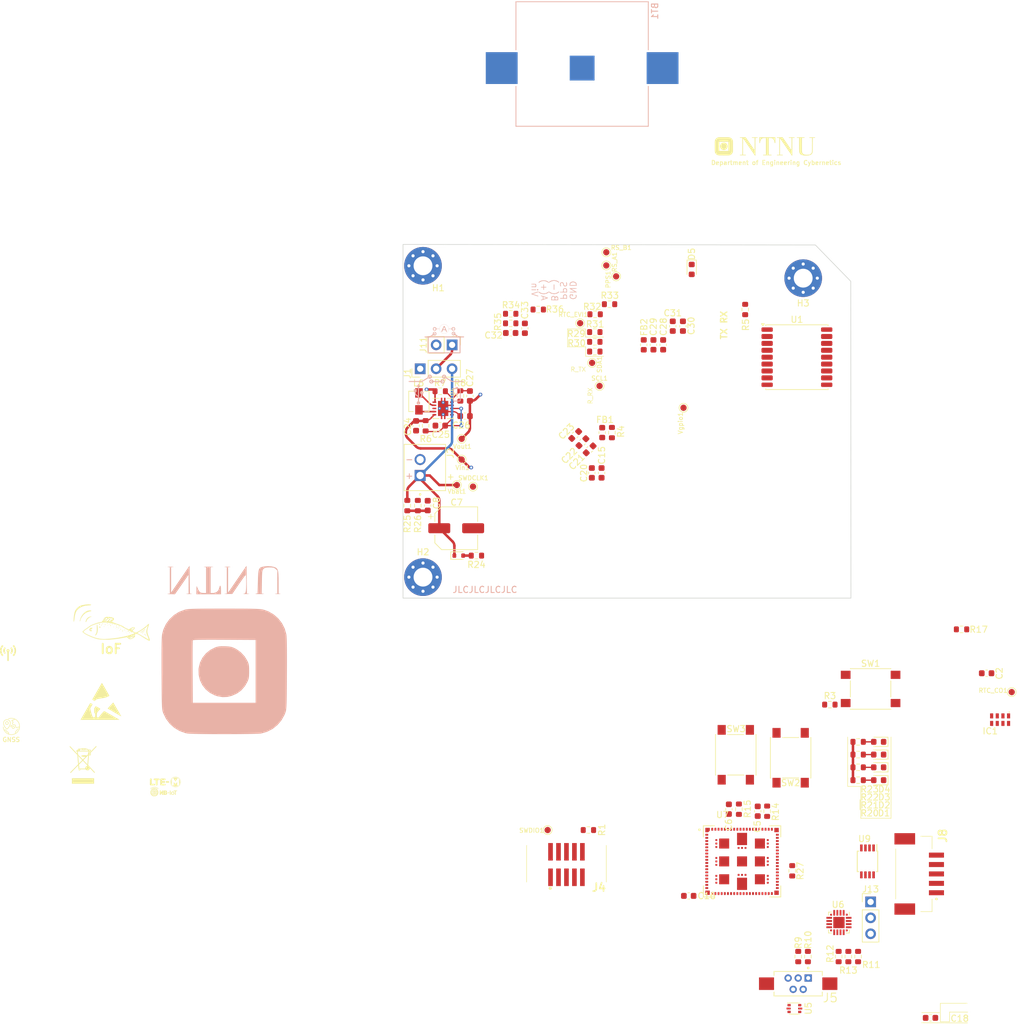
<source format=kicad_pcb>
(kicad_pcb (version 20241229) (generator "pcbnew") (generator_version "9.0")
  (layers (0 "F.Cu" signal) (4 "In1.Cu" signal) (6 "In2.Cu" signal) (2 "B.Cu" signal) (13 "F.Paste" user) (15 "B.Paste" user) (5 "F.SilkS" user "F.Silkscreen") (7 "B.SilkS" user "B.Silkscreen") (1 "F.Mask" user) (3 "B.Mask" user) (25 "Edge.Cuts" user))
  (net 0 "")
  (net 1 "Net-(U7A-~{RESET})")
  (net 2 "GND")
  (net 3 "Net-(U7A-VDD)")
  (net 4 "Net-(U7A-ENABLE)")
  (net 5 "Net-(U7A-COEX2)")
  (net 6 "/nRF91_BUTTON1")
  (net 7 "/nRF91_BUTTON2")
  (net 8 "+BATT")
  (net 9 "/Battery_voltage")
  (net 10 "Net-(U7A-P0.27)")
  (net 11 "+3V3")
  (net 15 "/VREG_IN")
  (net 16 "Net-(U4-EN)")
  (net 17 "Net-(U4-FB)")
  (net 18 "VBUS")
  (net 19 "/CP2102N-VDD")
  (net 20 "Net-(D1-A)")
  (net 22 "Net-(D2-A)")
  (net 24 "Net-(D3-A)")
  (net 25 "Net-(D4-A)")
  (net 26 "Net-(D5-A)")
  (net 27 "Net-(D6-A)")
  (net 30 "Net-(J5-VBUS)")
  (net 32 "/I2C_SDA")
  (net 33 "/nINT_RTC")
  (net 34 "Net-(IC1-EVI)")
  (net 35 "/RTC_CLOCKOUT")
  (net 36 "/I2C_SCL")
  (net 43 "/SWDIO")
  (net 44 "/SWDCLK")
  (net 48 "Net-(J4-Pad10)")
  (net 49 "Net-(J5-D-)")
  (net 50 "Net-(J5-D+)")
  (net 51 "/RS485_A")
  (net 52 "/RS485_B")
  (net 53 "/TBR_PPS")
  (net 56 "Net-(U4-L2)")
  (net 57 "Net-(U4-L1)")
  (net 58 "/~{nRESET}")
  (net 61 "/DIFF_P")
  (net 62 "/DIFF_N")
  (net 63 "Net-(U6-~{RST})")
  (net 64 "Net-(U6-VBUS)")
  (net 65 "Net-(R14-Pad2)")
  (net 66 "Net-(R15-Pad2)")
  (net 67 "/nRF91_LED1")
  (net 68 "/nRF91_LED2")
  (net 69 "/nRF91_LED3")
  (net 70 "/nRF91_LED4")
  (net 71 "/PPS")
  (net 75 "/RS485_RE")
  (net 76 "/RS485_DE")
  (net 87 "/UART1_TX")
  (net 94 "/nRF_UART_RX")
  (net 95 "/nRF_UART_TX")
  (net 96 "/RS485_RX")
  (net 97 "/RS485_DI")
  (net 135 "/UART1_RX")
  (net 141 "/VIN")
  (net 142 "Net-(IC1-VBACKUP)")
  (net 143 "Net-(BT1-PadP1)")
  (footprint "Capacitor_SMD:CP_Elec_6.3x7.7" (layer "F.Cu") (at 175.9204 101.3714)
    (property "Reference" "C7")
    (property "Value" "PCH1E101MCL4GS" (hide yes))
  )
  (footprint "FishIoT_Footprint_library:AMPHENOL_10119313-302TLF" (layer "F.Cu") (at 230.45 174 180)
    (property "Reference" "J5")
    (property "Value" "10119313-302TLF" (hide yes))
  )
  (footprint "LED_SMD:LED_0603_1608Metric" (layer "F.Cu") (at 243.2875 135.436 180)
    (property "Reference" "D4")
    (property "Value" "LED")
  )
  (footprint "Capacitor_SMD:C_0603_1608Metric" (layer "F.Cu") (at 169.5196 85.0392 -90)
    (property "Reference" "C24")
    (property "Value" "10u")
  )
  (footprint "MountingHole:MountingHole_3mm_Pad_Via" (layer "F.Cu") (at 231.25 61.5)
    (property "Reference" "H3")
    (property "Value" "MountingHole_Pad")
  )
  (footprint "Capacitor_SMD:C_0603_1608Metric" (layer "F.Cu") (at 219.4 146.175 90)
    (property "Reference" "C6")
    (property "Value" "1u")
  )
  (footprint "Resistor_SMD:R_0603_1608Metric" (layer "F.Cu") (at 197 149.5)
    (property "Reference" "R1")
    (property "Value" "0R" (hide yes))
  )
  (footprint "TestPoint:TestPoint_Pad_D1.0mm" (layer "F.Cu") (at 190.5 149.5)
    (property "Reference" "SWDIO1")
    (property "Value" "TestPoint" (hide yes))
  )
  (footprint "TestPoint:TestPoint_Pad_D1.0mm" (layer "F.Cu") (at 176.784 87.122)
    (property "Reference" "Vout1")
    (property "Value" "TestPoint" (hide yes))
  )
  (footprint "Capacitor_SMD:C_0603_1608Metric" (layer "F.Cu") (at 207.3702 72.1292 -90)
    (property "Reference" "C29")
    (property "Value" "4.7u")
  )
  (footprint "Resistor_SMD:R_0603_1608Metric" (layer "F.Cu") (at 198.0202 71.6542)
    (property "Reference" "R29")
    (property "Value" "4.7k" (hide yes))
  )
  (footprint "TestPoint:TestPoint_Pad_D1.0mm" (layer "F.Cu") (at 212.1662 82.169)
    (property "Reference" "Vgpio1")
    (property "Value" "TestPoint" (hide yes))
  )
  (footprint "Resistor_SMD:R_0603_1608Metric" (layer "F.Cu") (at 222 66.5 90)
    (property "Reference" "R5")
    (property "Value" "120" (hide yes))
  )
  (footprint "FishIoT_Footprint_library:nbiotlogo" (layer "F.Cu") (at 129.315851 143.360371)
    (property "Reference" "G***" (hide yes))
    (property "Value" "LOGO" (hide yes))
  )
  (footprint "Resistor_SMD:R_0603_1608Metric" (layer "F.Cu") (at 240.0125 139.5 180)
    (property "Reference" "R21")
    (property "Value" "120")
  )
  (footprint "FishIoT_Footprint_library:NTNUlogo2" (layer "F.Cu") (at 225.1456 40.5)
    (property "Reference" "G***" (hide yes))
    (property "Value" "LOGO" (hide yes))
  )
  (footprint "Resistor_SMD:R_0603_1608Metric" (layer "F.Cu") (at 232 169.675 90)
    (property "Reference" "R10")
    (property "Value" "15" (hide yes))
  )
  (footprint "Resistor_SMD:R_0603_1608Metric" (layer "F.Cu") (at 256.5 117.5 180)
    (property "Reference" "R17")
    (property "Value" "120")
  )
  (footprint "Symbol:ESD-Logo_6.6x6mm_SilkScreen" (layer "F.Cu") (at 119.26818 128.968273)
    (property "Reference" "REF**" (hide yes))
    (property "Value" "ESD-Logo_6.6x6mm_SilkScreen" (hide yes))
  )
  (footprint "LED_SMD:LED_0603_1608Metric" (layer "F.Cu") (at 243.2875 139.5 180)
    (property "Reference" "D2")
    (property "Value" "LED")
  )
  (footprint "LED_SMD:LED_0603_1608Metric" (layer "F.Cu") (at 243.2875 137.468 180)
    (property "Reference" "D3")
    (property "Value" "LED")
  )
  (footprint "Capacitor_SMD:C_0603_1608Metric" (layer "F.Cu") (at 171.3738 97.7646 -90)
    (property "Reference" "C8")
    (property "Value" "1u")
  )
  (footprint "LED_SMD:LED_0603_1608Metric" (layer "F.Cu") (at 243.2875 141.54766 180)
    (property "Reference" "D1")
    (property "Value" "LED")
  )
  (footprint "TestPoint:TestPoint_Pad_D1.0mm" (layer "F.Cu") (at 197.5866 75.0062)
    (property "Reference" "SDA1")
    (property "Value" "TestPoint" (hide yes))
  )
  (footprint "Resistor_SMD:R_0603_1608Metric" (layer "F.Cu") (at 198.0202 73.2042)
    (property "Reference" "R30")
    (property "Value" "4.7k")
  )
  (footprint "Resistor_SMD:R_0603_1608Metric" (layer "F.Cu") (at 173.3676 79.528)
    (property "Reference" "R7")
    (property "Value" "1M2")
  )
  (footprint "NRF9151_LACA_R7:XCVR_NRF9151-LACA-R7" (layer "F.Cu") (at 221.5 154.5)
    (property "Reference" "U7")
    (property "Value" "NRF9151-LACA-R7")
  )
  (footprint "Capacitor_SMD:C_0603_1608Metric" (layer "F.Cu") (at 199.0972 92.55 90)
    (property "Reference" "C15")
    (property "Value" "4.7uF")
  )
  (footprint "Capacitor_SMD:C_0603_1608Metric" (layer "F.Cu") (at 177.3304 83.4962 180)
    (property "Reference" "C26")
    (property "Value" "22u")
  )
  (footprint "Resistor_SMD:R_0603_1608Metric" (layer "F.Cu") (at 221 146.175 90)
    (property "Reference" "R15")
    (property "Value" "1k")
  )
  (footprint "Capacitor_SMD:C_0603_1608Metric" (layer "F.Cu") (at 251.55 179.45 180)
    (property "Reference" "C18")
    (property "Value" "10u")
  )
  (footprint "Capacitor_SMD:C_0603_1608Metric" (layer "F.Cu") (at 212.0702 69.1542 -90)
    (property "Reference" "C30")
    (property "Value" "4.7u")
  )
  (footprint "Resistor_SMD:R_0603_1608Metric" (layer "F.Cu") (at 240.0125 135.436 180)
    (property "Reference" "R23")
    (property "Value" "120")
  )
  (footprint "Capacitor_SMD:C_0603_1608Metric" (layer "F.Cu") (at 197.1972 88.8 45)
    (property "Reference" "C21")
    (property "Value" "10u")
  )
  (footprint "Inductor_SMD:L_0603_1608Metric" (layer "F.Cu") (at 205.8202 72.1292 -90)
    (property "Reference" "FB2")
    (property "Value" "BLM18EG601SZ1D" (hide yes))
  )
  (footprint "TestPoint:TestPoint_Pad_D1.0mm" (layer "F.Cu") (at 199.8528 59.4716 180)
    (property "Reference" "RS_A1")
    (property "Value" "TestPoint" (hide yes))
  )
  (footprint "TestPoint:TestPoint_Pad_D1.0mm" (layer "F.Cu") (at 195.6816 68.6816 180)
    (property "Reference" "RTC_EVI1")
    (property "Value" "RTC_EVI" (hide yes))
  )
  (footprint "TestPoint:TestPoint_Pad_D1.0mm" (layer "F.Cu") (at 201.422 61.214)
    (property "Reference" "PPS1")
    (property "Value" "TestPoint" (hide yes))
  )
  (footprint "Diode_SMD:D_SOD-523" (layer "F.Cu") (at 176.3268 105.7402)
    (property "Reference" "D6" (hide yes))
    (property "Value" "1SS390SMFHT2R" (hide yes))
  )
  (footprint "FishIoT_Footprint_library:RV3032C7" (layer "F.Cu") (at 262.65 131.9 180)
    (property "Reference" "IC1")
    (property "Value" "RV-3032-C7_32.768KHZ-2.5PPM-TA-QC" (hide yes))
  )
  (footprint "Capacitor_SMD:C_0603_1608Metric" (layer "F.Cu") (at 186.866456 69.4916 90)
    (property "Reference" "C33")
    (property "Value" "0.1u")
  )
  (footprint "Resistor_SMD:R_0603_1608Metric" (layer "F.Cu") (at 200.3702 65.6542)
    (property "Reference" "R33")
    (property "Value" "100k")
  )
  (footprint "Inductor_SMD:L_Vishay_IHLP-1212" (layer "F.Cu") (at 169.9768 81.148 -90)
    (property "Reference" "L6")
    (property "Value" "LPS3015-222MRB" (hide yes))
  )
  (footprint "Button_Switch_SMD:SW_Push_1P1T_NO_6x6mm_H9.5mm" (layer "F.Cu") (at 220.5 137.5 -90)
    (property "Reference" "SW3")
    (property "Value" "PTS645SM43SMTR92 LF" (hide yes))
  )
  (footprint "TestPoint:TestPoint_Pad_D1.0mm" (layer "F.Cu") (at 176.022 94.488)
    (property "Reference" "Vbat1")
    (property "Value" "TestPoint" (hide yes))
  )
  (footprint "Inductor_SMD:L_0603_1608Metric" (layer "F.Cu") (at 199.1972 86.125 -90)
    (property "Reference" "FB1")
    (property "Value" "120R/070A" (hide yes))
  )
  (footprint "Capacitor_SMD:C_0603_1608Metric" (layer "F.Cu") (at 208.9202 72.1292 -90)
    (property "Reference" "C28")
    (property "Value" "100n")
  )
  (footprint "Resistor_SMD:R_0603_1608Metric" (layer "F.Cu") (at 235.5 129.5 180)
    (property "Reference" "R3")
    (property "Value" "1k")
  )
  (footprint "Package_SO:TSSOP-8_3x3mm_P0.65mm" (layer "F.Cu") (at 241.5 154.5 -90)
    (property "Reference" "U9")
    (property "Value" "MAX3471" (hide yes))
  )
  (footprint "Button_Switch_SMD:SW_Push_1P1T_NO_6x6mm_H9.5mm" (layer "F.Cu") (at 229.25 137.975 -90)
    (property "Reference" "SW2")
    (property "Value" "PTS645SM43SMTR92 LF")
  )
  (footprint "Resistor_SMD:R_0603_1608Metric" (layer "F.Cu") (at 230.459279 169.675 90)
    (property "Reference" "R9")
    (property "Value" "15")
  )
  (footprint "TestPoint:TestPoint_Pad_D1.0mm" (layer "F.Cu") (at 176.784 90.424 180)
    (property "Reference" "Vin1")
    (property "Value" "TestPoint" (hide yes))
  )
  (footprint "TestPoint:TestPoint_Pad_D1.0mm" (layer "F.Cu") (at 199.8528 57.3716 180)
    (property "Reference" "RS_B1")
    (property "Value" "TestPoint" (hide yes))
  )
  (footprint "FishIoT_Footprint_library:Fishlogo" (layer "F.Cu") (at 121.210393 117.0804)
    (property "Reference" "G***" (hide yes))
    (property "Value" "LOGO" (hide yes))
  )
  (footprint "Package_SON:Texas_DRC0010J_ThermalVias" (layer "F.Cu") (at 173.8376 82.2762)
    (property "Reference" "U4")
    (property "Value" "TPS63000" (hide yes))
  )
  (footprint "Button_Switch_SMD:SW_Push_1P1T_NO_6x6mm_H9.5mm" (layer "F.Cu") (at 242 127 180)
    (property "Reference" "SW1")
    (property "Value" "PTS645SM43SMTR92 LF" (hide yes))
  )
  (footprint "Capacitor_SMD:C_0603_1608Metric" (layer "F.Cu") (at 184.608012 70.2416)
    (property "Reference" "C32")
    (property "Value" "0.1u")
  )
  (footprint "MountingHole:MountingHole_3mm_Pad_Via" (layer "F.Cu") (at 170.62555 59.525)
    (property "Reference" "H1")
    (property "Value" "MountingHole_Pad")
  )
  (footprint "Connector_PinHeader_2.54mm:PinHeader_1x03_P2.54mm_Vertical" (layer "F.Cu") (at 170.18 75.946 90)
    (property "Reference" "J1")
    (property "Value" "VDD_JUMPER" (hide yes))
  )
  (footprint "Resistor_SMD:R_0603_1608Metric" (layer "F.Cu") (at 198.0202 70.0992)
    (property "Reference" "R31")
    (property "Value" "100k" (hide yes))
  )
  (footprint "Capacitor_SMD:C_0603_1608Metric" (layer "F.Cu") (at 178.1048 80.277 90)
    (property "Reference" "C27")
    (property "Value" "1.8p" (hide yes))
  )
  (footprint "Resistor_SMD:R_0603_1608Metric" (layer "F.Cu") (at 189 66.5)
    (property "Reference" "R36")
    (property "Value" "120")
  )
  (footprint "TestPoint:TestPoint_Pad_D1.0mm" (layer "F.Cu") (at 264.5 127.5 180)
    (property "Reference" "RTC_CO1")
    (property "Value" "TestPoint" (hide yes))
  )
  (footprint "FishIoT_Footprint_library:BM05BZESSTBTLFSN" (layer "F.Cu") (at 249.3 156.5 -90)
    (property "Reference" "J8")
    (property "Value" "BM05B-ZESS-TBT" (hide yes))
  )
  (footprint "Package_TO_SOT_SMD:SOT-666" (layer "F.Cu") (at 229.85 177.9625)
    (property "Reference" "U5")
    (property "Value" "USBLC6-2P6" (hide yes))
  )
  (footprint "FishIoT_Footprint_library:antennalogo" (layer "F.Cu") (at 104.450717 121.280294)
    (property "Reference" "G***" (hide yes))
    (property "Value" "LOGO" (hide yes))
  )
  (footprint "Resistor_SMD:R_0603_1608Metric" (layer "F.Cu") (at 176.5808 80.278 -90)
    (property "Reference" "R8")
    (property "Value" "240k")
  )
  (footprint "Resistor_SMD:R_0603_1608Metric" (layer "F.Cu") (at 200.7472 86.125 90)
    (property "Reference" "R4")
    (property "Value" "10k" (hide yes))
  )
  (footprint "Capacitor_SMD:C_0603_1608Metric" (layer "F.Cu") (at 196.049192 87.648008 45)
    (property "Reference" "C22")
    (property "Value" "1u")
  )
  (footprint "RF_GPS:ublox_MAX" (layer "F.Cu") (at 230.25 74.1)
    (property "Reference" "U1")
    (property "Value" "MAX-M10S")
  )
  (footprint "Resistor_SMD:R_0603_1608Metric" (layer "F.Cu") (at 184.608012 67.176745 180)
    (property "Reference" "R34")
    (property "Value" "10k")
  )
  (footprint "Capacitor_SMD:C_0603_1608Metric" (layer "F.Cu") (at 213 160 180)
    (property "Reference" "C16")
    (property "Value" "100n")
  )
  (footprint "Resistor_SMD:R_0603_1608Metric" (layer "F.Cu") (at 179.1404 105.7402)
    (property "Reference" "R24")
    (property "Value" "3k")
  )
  (footprint "Resistor_SMD:R_0603_1608Metric" (layer "F.Cu") (at 171.0436 85.0392 -90)
    (property "Reference" "R6")
    (property "Value" "100")
  )
  (footprint "Resistor_SMD:R_0603_1608Metric" (layer "F.Cu") (at 225.5 146.5 90)
    (property "Reference" "R14")
    (property "Value" "1k")
  )
  (footprint "LED_SMD:LED_0603_1608Metric" (layer "F.Cu") (at 213.4702 60.1042 -90)
    (property "Reference" "D5")
    (property "Value" "GREEN_LED" (hide yes))
  )
  (footprint "Capacitor_SMD:C_0603_1608Metric" (layer "F.Cu") (at 194.8972 86.5 45)
    (property "Reference" "C23")
    (property "Value" "1u")
  )
  (footprint "Resistor_SMD:R_0603_1608Metric" (layer "F.Cu") (at 240.0125 141.54766 180)
    (property "Reference" "R20")
    (property "Value" "120")
  )
  (footprint "Resistor_SMD:R_0603_1608Metric" (layer "F.Cu") (at 238.45 169.675 90)
    (property "Reference" "R13")
    (property "Value" "47.5k" (hide yes))
  )
  (footprint "TestPoint:TestPoint_Pad_D1.0mm" (layer "F.Cu") (at 198.7804 78.6892)
    (property "Reference" "SCL1")
    (property "Value" "TestPoint" (hide yes))
  )
  (footprint "Resistor_SMD:R_0603_1608Metric" (layer "F.Cu") (at 236.9 169.675 90)
    (property "Reference" "R12")
    (property "Value" "22.1k" (hide yes))
  )
  (footprint "Resistor_SMD:R_0603_1608Metric" (layer "F.Cu") (at 240 169.675 90)
    (property "Reference" "R11")
    (property "Value" "1k")
  )
  (footprint "Resistor_SMD:R_0603_1608Metric" (layer "F.Cu") (at 240.0125 137.468 180)
    (property "Reference" "R22")
    (property "Value" "120")
  )
  (footprint "FishIoT_Footprint_library:SHF-105-01-X-D-SM" (layer "F.Cu") (at 193.5 155)
    (property "Reference" "J4")
    (property "Value" "SHF-105-01-L-D-SM" (hide yes))
  )
  (footprint "Capacitor_SMD:C_0603_1608Metric" (layer "F.Cu") (at 260.5 124.5)
    (property "Reference" "C2")
    (property "Value" "100n")
  )
  (footprint "TestPoint:TestPoint_Pad_D1.0mm" (layer "F.Cu") (at 178.5972 94.742)
    (property "Reference" "SWDCLK1")
    (property "Value" "TestPoint" (hide yes))
  )
  (footprint "Resistor_SMD:R_0603_1608Metric" (layer "F.Cu") (at 198.0702 67.2592 180)
    (property "Reference" "R32")
    (property "Value" "0")
  )
  (footprint "MountingHole:MountingHole_3mm_Pad_Via" (layer "F.Cu") (at 170.62555 109.175)
    (property "Reference" "H2")
    (property "Value" "MountingHole_Pad" (hide yes))
  )
  (footprint "Resistor_SMD:R_0603_1608Metric" (layer "F.Cu") (at 168.1226 97.7646 -90)
    (property "Reference" "R25")
    (property "Value" "240k")
  )
  (footprint "Package_DFN_QFN:SiliconLabs_QFN-20-1EP_3x3mm_P0.5mm_EP1.8x1.8mm" (layer "F.Cu") (at 236.95 164.25 -90)
    (property "Reference" "U6")
    (property "Value" "CP2102N-Axx-xQFN20" (hide yes))
  )
  (footprint "Connector_PinHeader_2.54mm:PinHeader_1x03_P2.54mm_Vertical" (layer "F.Cu") (at 242 160.96)
    (property "Reference" "J13")
    (property "Value" "UART_DEBUG" (hide yes))
  )
  (footprint "FishIoT_Footprint_library:lte-mlogo" (layer "F.Cu") (at 129.569851 141.836371)
    (property "Reference" "G***" (hide yes))
    (property "Value" "LOGO" (hide yes))
  )
  (footprint "FishIoT_Footprint_library:MOLEX_0705430001" (layer "F.Cu") (at 170.16555 91.694 -90)
    (property "Reference" "J2")
    (property "Value" "0705430001" (hide yes))
  )
  (footprint "Capacitor_SMD:C_0603_1608Metric" (layer "F.Cu") (at 210.4502 69.1542 -90)
    (property "Reference" "C31")
    (property "Value" "100n")
  )
  (footprint "FishIoT_Footprint_library:gnsslogo" (layer "F.Cu") (at 104.992989 132.9826)
    (property "Reference" "G***" (hide yes))
    (property "Value" "LOGO" (hide yes))
  )
  (footprint "Connector_PinHeader_2.54mm:PinHeader_1x02_P2.54mm_Vertical" (layer "F.Cu") (at 175.265 72.136 -90)
    (property "Reference" "J11")
    (property "Value" "Current Measurement")
  )
  (footprint "Resistor_SMD:R_0603_1608Metric" (layer "F.Cu") (at 184.608012 68.700745)
    (property "Reference" "R35")
    (property "Value" "10k")
  )
  (footprint "Capacitor_SMD:C_0603_1608Metric" (layer "F.Cu") (at 197.5472 92.55 90)
    (property "Reference" "C20")
    (property "Value" "100nF")
  )
  (footprint "Resistor_SMD:R_0603_1608Metric" (layer "F.Cu") (at 169.799 97.7646 90)
    (property "Reference" "R26")
    (property "Value" "100k")
  )
  (footprint "Capacitor_SMD:C_0603_1608Metric" (layer "F.Cu") (at 224 146.5 90)
    (property "Reference" "C5")
    (property "Value" "1u")
  )
  (footprint "Symbol:WEEE-Logo_4.2x6mm_SilkScreen" (layer "F.Cu") (at 116.419823 139.087879)
    (property "Reference" "REF**" (hide yes))
    (property "Value" "WEEE-Logo_4.2x6mm_SilkScreen" (hide yes))
  )
  (footprint "Capacitor_SMD:C_0603_1608Metric" (layer "F.Cu") (at 173.3804 85.0138 180)
    (property "Reference" "C25")
    (property "Value" "100n")
  )
  (footprint "Resistor_SMD:R_0603_1608Metric" (layer "F.Cu") (at 229.5 156 -90)
    (property "Reference" "R27")
    (property "Value" "0")
  )
  (footprint "FishIoT_Footprint_library:ammeterlogo" (layer "B.Cu") (at 173.990001 69.596 180)
    (property "Reference" "G***" (hide yes))
    (property "Value" "LOGO" (hide yes))
  )
  (footprint "FishIoT_Footprint_library:BAT_3002" (layer "B.Cu") (at 196 28 180)
    (property "Reference" "BT1")
    (property "Value" "3002")
  )
  (footprint "FishIoT_Footprint_library:usblogo" (layer "B.Cu") (at 169.926 80.01 180)
    (property "Reference" "G***" (hide yes))
    (property "Value" "LOGO" (hide yes))
  )
  (footprint "FishIoT_Footprint_library:ntnulogoLARGE" (layer "B.Cu") (at 138.926068 120.787157)
    (property "Reference" "G***" (hide yes))
    (property "Value" "LOGO" (hide yes))
  )
  (footprint "FishIoT_Footprint_library:batterylogoo" (layer "B.Cu") (at 176.022 80.01 180)
    (property "Reference" "G***" (hide yes))
    (property "Value" "LOGO" (hide yes))
  )
  (gr_line (start 257.3928 177.130284) (end 253.117601 177.130284) (stroke (width 0.1)) (layer "F.SilkS"))
  (gr_line (start 196.5452 69.596) (end 196.5452 70.8914) (stroke (width 0.1)) (layer "F.SilkS"))
  (gr_line (start 238.396551 142.548) (end 240.428551 142.548) (stroke (width 0.1)) (layer "F.SilkS"))
  (gr_line (start 196.5452 70.8914) (end 199.4154 70.8914) (stroke (width 0.1)) (layer "F.SilkS"))
  (gr_line (start 254.5988 178.534) (end 254.5988 180.058) (stroke (width 0.1)) (layer "F.SilkS"))
  (gr_line (start 240.302313 146.272518) (end 240.306282 144.667467) (stroke (width 0.1)) (layer "F.SilkS"))
  (gr_line (start 257.4845 178.534) (end 254.5988 178.534) (stroke (width 0.1)) (layer "F.SilkS"))
  (gr_line (start 257.45 180.25) (end 250.149069 180.224533) (stroke (width 0.1)) (layer "F.SilkS"))
  (gr_line (start 193.675 69.596) (end 193.675 72.4662) (stroke (width 0.1)) (layer "F.SilkS"))
  (gr_line (start 238.345751 134.674) (end 238.345751 142.548) (stroke (width 0.1)) (layer "F.SilkS"))
  (gr_line (start 254.5988 180.058) (end 253.1256 180.058) (stroke (width 0.1)) (layer "F.SilkS"))
  (gr_line (start 253.117601 177.130284) (end 253.1256 180.058) (stroke (width 0.1)) (layer "F.SilkS"))
  (gr_line (start 196.5706 72.4662) (end 196.5706 73.9648) (stroke (width 0.1)) (layer "F.SilkS"))
  (gr_line (start 245.254551 147.628) (end 240.428551 147.628) (stroke (width 0.1)) (layer "F.SilkS"))
  (gr_line (start 193.7004 72.4408) (end 196.5706 72.4408) (stroke (width 0.1)) (layer "F.SilkS"))
  (gr_line (start 245.254551 147.628) (end 245.254551 134.674) (stroke (width 0.1)) (layer "F.SilkS"))
  (gr_line (start 252.971748 178.61999) (end 250.153038 178.619482) (stroke (width 0.1)) (layer "F.SilkS"))
  (gr_line (start 193.675 69.596) (end 196.5452 69.596) (stroke (width 0.1)) (layer "F.SilkS"))
  (gr_line (start 196.5706 73.9648) (end 199.4408 73.9648) (stroke (width 0.1)) (layer "F.SilkS"))
  (gr_line (start 240.428551 147.628) (end 240.428551 142.548) (stroke (width 0.1)) (layer "F.SilkS"))
  (gr_circle (center 175.464797 69.587045) (end 175.703888 69.612893) (stroke (width 0.11)) (fill no) (layer "B.SilkS"))
  (gr_circle (center 172.472923 70.35893) (end 172.712014 70.384778) (stroke (width 0.11)) (fill no) (layer "B.SilkS"))
  (gr_rect (start 171.45 70.866) (end 176.53 73.406) (stroke (width 0.15)) (fill no) (layer "B.SilkS"))
  (gr_circle (center 171.958 77.978) (end 172.212 77.978) (stroke (width 0.15)) (fill no) (layer "B.SilkS"))
  (gr_circle (center 171.704 77.216) (end 171.958 77.216) (stroke (width 0.15)) (fill no) (layer "B.SilkS"))
  (gr_line (start 168.402 77.978) (end 170.434 77.978) (stroke (width 0.15)) (layer "B.SilkS"))
  (gr_circle (center 173.736 77.978) (end 173.99 77.978) (stroke (width 0.15)) (fill no) (layer "B.SilkS"))
  (gr_line (start 175.26 77.978) (end 173.99 77.216) (stroke (width 0.15)) (layer "B.SilkS"))
  (gr_line (start 176.276 70.866) (end 175.500126 70.333082) (stroke (width 0.15)) (layer "B.SilkS"))
  (gr_circle (center 173.99 77.216) (end 173.736 77.216) (stroke (width 0.15)) (fill no) (layer "B.SilkS"))
  (gr_line (start 170.434 77.978) (end 171.704 77.216) (stroke (width 0.15)) (layer "B.SilkS"))
  (gr_circle (center 172.490155 69.592114) (end 172.729246 69.617962) (stroke (width 0.11)) (fill no) (layer "B.SilkS"))
  (gr_circle (center 175.500126 70.333082) (end 175.739217 70.35893) (stroke (width 0.11)) (fill no) (layer "B.SilkS"))
  (gr_line (start 171.958 77.978) (end 173.736 77.978) (stroke (width 0.15)) (layer "B.SilkS"))
  (gr_line (start 170.942 70.866) (end 171.704 70.866) (stroke (width 0.15)) (layer "B.SilkS"))
  (gr_line (start 177.1015 70.866) (end 175.9585 70.866) (stroke (width 0.15)) (layer "B.SilkS"))
  (gr_line (start 171.704 70.866) (end 172.466 70.358) (stroke (width 0.15)) (layer "B.SilkS"))
  (gr_line (start 177.038 77.978) (end 175.26 77.978) (stroke (width 0.15)) (layer "B.SilkS"))
  (gr_poly (pts (xy 238.835418 61.996595) (xy 233.188402 56.205448) (xy 167.4368 56.117675) (xy 167.4368 112.522) (xy 238.8616 112.522)) (stroke (width 0.1)) (fill no) (layer "Edge.Cuts"))
  (gr_text "TX" (at 219.202 71.374 90) (layer "F.SilkS") (effects (font (size 1 1) (thickness 0.2) (bold yes)) (justify left bottom)))
  (gr_text "IoF" (at 119 121.5 0) (layer "F.SilkS") (effects (font (size 1.5 1.5) (thickness 0.3) (bold yes)) (justify left bottom)))
  (gr_text "RX" (at 219.202 68.834 90) (layer "F.SilkS") (effects (font (size 1 1) (thickness 0.2) (bold yes)) (justify left bottom)))
  (gr_text "+" (at 174.31185 93.716307 0) (layer "F.SilkS") (effects (font (size 1 1)) (justify left bottom)))
  (gr_text "R_TX" (at 194.096279 76.453563 0) (layer "F.SilkS") (effects (font (size 0.7 0.7) (thickness 0.1)) (justify left bottom)))
  (gr_text "R_RX" (at 197.712288 81.630353 90) (layer "F.SilkS") (effects (font (size 0.7 0.7) (thickness 0.1)) (justify left bottom)))
  (gr_text "Department of Engineering Cybernetics" (at 216.5 43.5 0) (layer "F.SilkS") (effects (font (size 0.7 0.7) (thickness 0.12) (bold yes)) (justify left bottom)))
  (gr_text "GNSS" (at 103.5 135.5 0) (layer "F.SilkS") (effects (font (size 0.7 0.7) (thickness 0.12) (bold yes)) (justify left bottom)))
  (gr_text "JLCJLCJLCJLC" (at 175.26 111.76 0) (layer "B.SilkS") (effects (font (size 1 1)) (justify left bottom)))
  (gr_text "+" (at 169.164 93.583837 0) (layer "B.SilkS") (effects (font (size 1 1)) (justify left bottom mirror)))
  (gr_text "GND" (at 193.929 65.024 270) (layer "B.SilkS") (effects (font (size 1 1) (thickness 0.1)) (justify left bottom mirror)))
  (gr_text "-" (at 169.164 90.963294 0) (layer "B.SilkS") (effects (font (size 1 1)) (justify left bottom mirror)))
  (gr_text "B(-)" (at 191.008 65.278 -90) (layer "B.SilkS") (effects (font (size 1 1) (thickness 0.1)) (justify left bottom mirror)))
  (gr_text "PPS" (at 192.405 65.024 270) (layer "B.SilkS") (effects (font (size 1 1) (thickness 0.1)) (justify left bottom mirror)))
  (gr_text "A(+)" (at 189.357 65.151 -90) (layer "B.SilkS") (effects (font (size 1 1) (thickness 0.1)) (justify left bottom mirror)))
  (gr_text "Vin" (at 187.833 64.516 270) (layer "B.SilkS") (effects (font (size 1 1) (thickness 0.1)) (justify left bottom mirror)))
  (segment (start 175.2376 82.7762) (end 174.701814 82.7762) (width 0.2) (layer "F.Cu") (net 2))
  (segment (start 174.2876 81.7762) (end 173.8376 81.3262) (width 0.2) (layer "F.Cu") (net 2))
  (segment (start 175.2376 81.7762) (end 174.2876 81.7762) (width 0.2) (layer "F.Cu") (net 2))
  (segment (start 176.5554 83.4962) (end 176.128293 83.069093) (width 0.2) (layer "F.Cu") (net 2))
  (segment (start 175.421186 82.7762) (end 175.2376 82.7762) (width 0.2) (layer "F.Cu") (net 2))
  (segment (start 173.994707 83.069093) (end 173.8376 83.2262) (width 0.2) (layer "F.Cu") (net 2))
  (arc (start 174.701814 82.7762) (mid 174.319131 82.85232) (end 173.994707 83.069093) (width 0.2) (layer "F.Cu") (net 2))
  (arc (start 176.128293 83.069093) (mid 175.80387 82.85232) (end 175.421186 82.7762) (width 0.2) (layer "F.Cu") (net 2))
  (segment (start 171.704 92.964) (end 173.228 94.488) (width 0.4) (layer "F.Cu") (net 8))
  (segment (start 168.1226 96.9396) (end 168.1226 95.421164) (width 0.4) (layer "F.Cu") (net 8))
  (segment (start 173.2204 96.960464) (end 173.2204 101.3714) (width 0.4) (layer "F.Cu") (net 8))
  (segment (start 170.458443 93.784293) (end 172.927507 96.253357) (width 0.4) (layer "F.Cu") (net 8))
  (segment (start 170.16555 92.964) (end 170.16555 93.077186) (width 0.4) (layer "F.Cu") (net 8))
  (segment (start 175.6268 105.7402) (end 175.6268 104.192014) (width 0.4) (layer "F.Cu") (net 8))
  (segment (start 173.228 94.488) (end 176.022 94.488) (width 0.4) (layer "F.Cu") (net 8))
  (segment (start 170.16555 92.964) (end 171.704 92.964) (width 0.4) (layer "F.Cu") (net 8))
  (segment (start 175.333907 103.484907) (end 173.2204 101.3714) (width 0.4) (layer "F.Cu") (net 8))
  (segment (start 168.415493 94.714057) (end 170.16555 92.964) (width 0.4) (layer "F.Cu") (net 8))
  (arc (start 170.16555 93.077186) (mid 170.24167 93.459869) (end 170.458443 93.784293) (width 0.4) (layer "F.Cu") (net 8))
  (arc (start 175.6268 104.192014) (mid 175.55068 103.809331) (end 175.333907 103.484907) (width 0.4) (layer "F.Cu") (net 8))
  (arc (start 173.2204 96.960464) (mid 173.14428 96.577781) (end 172.927507 96.253357) (width 0.4) (layer "F.Cu") (net 8))
  (arc (start 168.1226 95.421164) (mid 168.19872 95.038481) (end 168.415493 94.714057) (width 0.4) (layer "F.Cu") (net 8))
  (segment (start 175.26 87.455336) (end 175.26 75.946) (width 0.4) (layer "B.Cu") (net 8))
  (segment (start 170.16555 92.964) (end 174.967107 88.162443) (width 0.4) (layer "B.Cu") (net 8))
  (arc (start 174.967107 88.162443) (mid 175.18388 87.83802) (end 175.26 87.455336) (width 0.4) (layer "B.Cu") (net 8))
  (segment (start 168.1226 98.5896) (end 171.3238 98.5896) (width 0.4) (layer "F.Cu") (net 9))
  (segment (start 171.3238 98.5896) (end 171.3738 98.5396) (width 0.4) (layer "F.Cu") (net 9))
  (segment (start 178.375786 81.052) (end 178.1048 81.052) (width 0.4) (layer "F.Cu") (net 11))
  (segment (start 178.1054 83.4962) (end 178.1054 85.386386) (width 0.4) (layer "F.Cu") (net 11))
  (segment (start 239.1875 141.54766) (end 239.1875 135.436) (width 0.4) (layer "F.Cu") (net 11))
  (segment (start 178.1048 83.4956) (end 178.1054 83.4962) (width 0.2) (layer "F.Cu") (net 11))
  (segment (start 172.5426 81.1712) (end 172.4376 81.2762) (width 0.2) (layer "F.Cu") (net 11))
  (segment (start 172.2626 79.248) (end 172.5426 79.528) (width 0.4) (layer "F.Cu") (net 11))
  (segment (start 171.196 79.248) (end 172.2626 79.248) (width 0.4) (layer "F.Cu") (net 11))
  (segment (start 172.5426 79.528) (end 172.5426 81.1712) (width 0.25) (layer "F.Cu") (net 11))
  (segment (start 177.812507 86.093493) (end 176.784 87.122) (width 0.4) (layer "F.Cu") (net 11))
  (segment (start 179.7812 80.0608) (end 179.082893 80.759107) (width 0.4) (layer "F.Cu") (net 11))
  (segment (start 178.1048 81.052) (end 178.1048 83.4956) (width 0.4) (layer "F.Cu") (net 11))
  (via (at 179.7812 80.0608) (size 0.6) (drill 0.3) (layers "F.Cu" "B.Cu") (net 11))
  (via (at 171.196 79.248) (size 0.6) (drill 0.3) (layers "F.Cu" "B.Cu") (net 11))
  (arc (start 179.082893 80.759107) (mid 178.75847 80.97588) (end 178.375786 81.052) (width 0.4) (layer "F.Cu") (net 11))
  (arc (start 177.812507 86.093493) (mid 178.02928 85.76907) (end 178.1054 85.386386) (width 0.4) (layer "F.Cu") (net 11))
  (segment (start 169.5196 84.2642) (end 170.9936 84.2642) (width 0.4) (layer "F.Cu") (net 15))
  (segment (start 178.308 91.694) (end 178.054 91.694) (width 0.4) (layer "F.Cu") (net 15))
  (segment (start 167.894 86.012214) (end 167.894 86.301386) (width 0.4) (layer "F.Cu") (net 15))
  (segment (start 170.238614 88.646) (end 174.591786 88.646) (width 0.4) (layer "F.Cu") (net 15))
  (segment (start 175.298893 88.938893) (end 176.784 90.424) (width 0.4) (layer "F.Cu") (net 15))
  (segment (start 169.2278 84.2642) (end 168.186893 85.305107) (width 0.4) (layer "F.Cu") (net 15))
  (segment (start 171.0436 84.2142) (end 171.085386 84.2142) (width 0.2) (layer "F.Cu") (net 15))
  (segment (start 170.9936 84.2642) (end 171.0436 84.2142) (width 0.2) (layer "F.Cu") (net 15))
  (segment (start 178.054 91.694) (end 176.784 90.424) (width 0.4) (layer "F.Cu") (net 15))
  (segment (start 171.792493 83.921307) (end 172.4376 83.2762) (width 0.25) (layer "F.Cu") (net 15))
  (segment (start 168.186893 87.008493) (end 169.531507 88.353107) (width 0.4) (layer "F.Cu") (net 15))
  (segment (start 169.5196 84.2642) (end 169.2278 84.2642) (width 0.4) (layer "F.Cu") (net 15))
  (via (at 178.308 91.694) (size 0.6) (drill 0.3) (layers "F.Cu" "B.Cu") (net 15))
  (arc (start 168.186893 87.008493) (mid 167.97012 86.68407) (end 167.894 86.301386) (width 0.4) (layer "F.Cu") (net 15))
  (arc (start 175.298893 88.938893) (mid 174.97447 88.72212) (end 174.591786 88.646) (width 0.4) (layer "F.Cu") (net 15))
  (arc (start 169.531507 88.353107) (mid 169.85593 88.56988) (end 170.238614 88.646) (width 0.4) (layer "F.Cu") (net 15))
  (arc (start 167.894 86.012214) (mid 167.97012 85.629531) (end 168.186893 85.305107) (width 0.4) (layer "F.Cu") (net 15))
  (arc (start 171.085386 84.2142) (mid 171.468069 84.13808) (end 171.792493 83.921307) (width 0.2) (layer "F.Cu") (net 15))
  (segment (start 176.6514 82.2762) (end 176.6316 82.296) (width 0.2) (layer "F.Cu") (net 16))
  (segment (start 171.133 85.9536) (end 173.2156 85.9536) (width 0.2) (layer "F.Cu") (net 16))
  (segment (start 174.1554 85.0138) (end 175.2376 83.9316) (width 0.2) (layer "F.Cu") (net 16))
  (segment (start 175.2376 83.9316) (end 175.2376 83.2762) (width 0.2) (layer "F.Cu") (net 16))
  (segment (start 176.6316 82.296) (end 176.7078 82.296) (width 0.2) (layer "F.Cu") (net 16))
  (segment (start 173.2156 85.9536) (end 174.1554 85.0138) (width 0.2) (layer "F.Cu") (net 16))
  (segment (start 171.0436 85.8642) (end 171.133 85.9536) (width 0.2) (layer "F.Cu") (net 16))
  (segment (start 175.2376 82.2762) (end 176.6514 82.2762) (width 0.2) (layer "F.Cu") (net 16))
  (segment (start 176.7078 82.2198) (end 176.657 82.2706) (width 0.2) (layer "F.Cu") (net 16))
  (segment (start 174.1554 85.0138) (end 176.7332 85.0138) (width 0.2) (layer "F.Cu") (net 16))
  (segment (start 176.7078 82.296) (end 176.7078 82.2198) (width 0.2) (layer "F.Cu") (net 16))
  (via (at 176.7078 82.296) (size 0.6) (drill 0.3) (layers "F.Cu" "B.Cu") (net 16))
  (via (at 176.7332 85.0138) (size 0.6) (drill 0.3) (layers "F.Cu" "B.Cu") (net 16))
  (segment (start 176.7078 84.9884) (end 176.7332 85.0138) (width 0.2) (layer "B.Cu") (net 16))
  (segment (start 176.7078 82.296) (end 176.7078 84.9884) (width 0.2) (layer "B.Cu") (net 16))
  (segment (start 175.2376 80.987214) (end 175.2376 81.2762) (width 0.2) (layer "F.Cu") (net 17))
  (segment (start 176.5808 79.453) (end 178.0558 79.453) (width 0.2) (layer "F.Cu") (net 17))
  (segment (start 178.0558 79.453) (end 178.1048 79.502) (width 0.2) (layer "F.Cu") (net 17))
  (segment (start 174.1926 79.528) (end 174.944707 80.280107) (width 0.2) (layer "F.Cu") (net 17))
  (segment (start 175.2376 81.2762) (end 175.2376 81.210414) (width 0.2) (layer "F.Cu") (net 17))
  (segment (start 175.530493 80.503307) (end 176.5808 79.453) (width 0.2) (layer "F.Cu") (net 17))
  (arc (start 174.944707 80.280107) (mid 175.16148 80.60453) (end 175.2376 80.987214) (width 0.2) (layer "F.Cu") (net 17))
  (arc (start 175.530493 80.503307) (mid 175.31372 80.82773) (end 175.2376 81.210414) (width 0.2) (layer "F.Cu") (net 17))
  (segment (start 242.5 141.54766) (end 240.8375 141.54766) (width 0.2) (layer "F.Cu") (net 20))
  (segment (start 242.5 139.5) (end 240.8375 139.5) (width 0.2) (layer "F.Cu") (net 22))
  (segment (start 240.8375 137.468) (end 242.5 137.468) (width 0.2) (layer "F.Cu") (net 24))
  (segment (start 240.8375 135.436) (end 242.5 135.436) (width 0.2) (layer "F.Cu") (net 25))
  (segment (start 177.0268 105.7402) (end 178.3154 105.7402) (width 0.4) (layer "F.Cu") (net 27))
  (segment (start 172.4376 81.7762) (end 172.369214 81.7762) (width 0.25) (layer "F.Cu") (net 56))
  (segment (start 171.662107 81.483307) (end 169.9768 79.798) (width 0.25) (layer "F.Cu") (net 56))
  (arc (start 172.369214 81.7762) (mid 171.986531 81.70008) (end 171.662107 81.483307) (width 0.25) (layer "F.Cu") (net 56))
  (segment (start 169.9768 82.498) (end 170.255 82.7762) (width 0.25) (layer "F.Cu") (net 57))
  (segment (start 170.255 82.7762) (end 172.4376 82.7762) (width 0.25) (layer "F.Cu") (net 57))
  (segment (start 174.972107 73.693893) (end 172.72 75.946) (width 0.4) (layer "F.Cu") (net 141))
  (segment (start 175.265 72.136) (end 175.265 72.986786) (width 0.4) (layer "F.Cu") (net 141))
  (arc (start 174.972107 73.693893) (mid 175.18888 73.36947) (end 175.265 72.986786) (width 0.4) (layer "F.Cu") (net 141))
)
</source>
